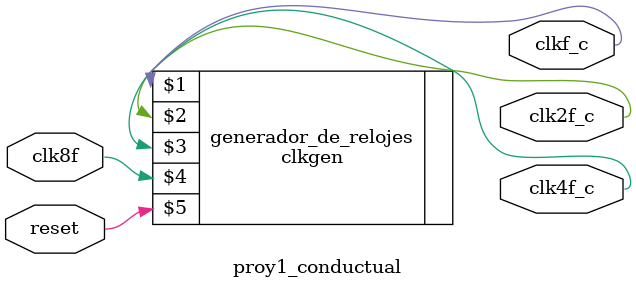
<source format=v>
`include "clkgen.v"

module proy1_conductual (		
	input 						clk8f,
	output						clk2f_c,
	output 						clk4f_c,
	output 						clkf_c,
	input 						reset);
	
	clkgen generador_de_relojes(clkf_c, clk2f_c, clk4f_c, clk8f, reset);

endmodule

</source>
